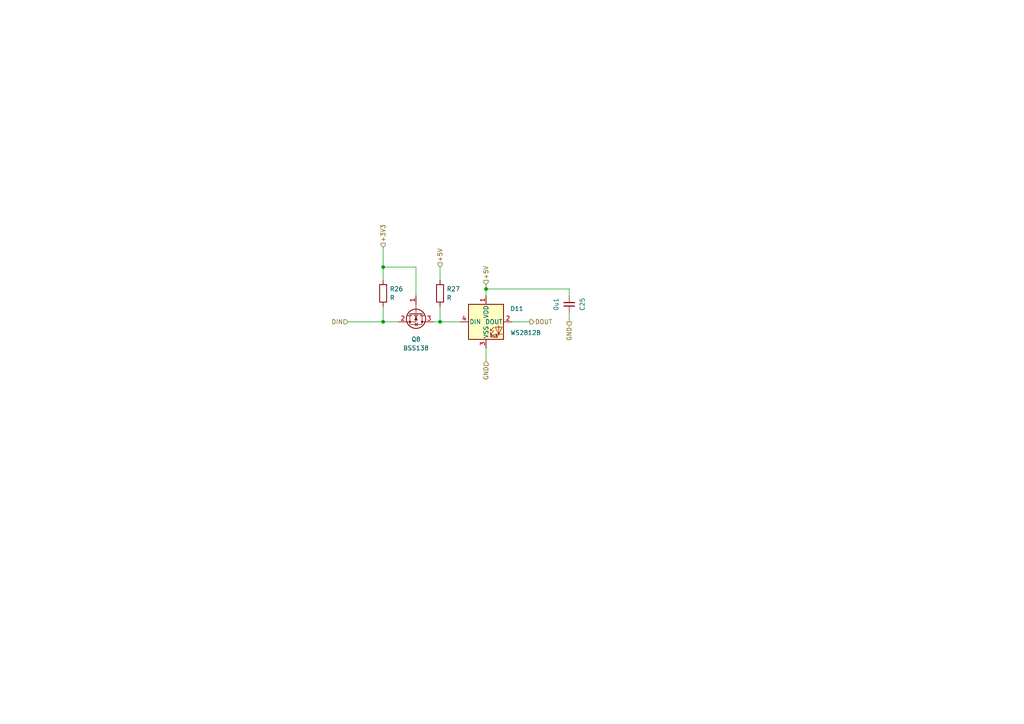
<source format=kicad_sch>
(kicad_sch (version 20211123) (generator eeschema)

  (uuid b6a23e91-69f5-44fe-a673-f9196ceb2100)

  (paper "A4")

  (title_block
    (title "CDH_ECU")
    (date "2022-03-06")
    (rev "1.2.3")
    (company "Daniel Edwards")
    (comment 1 "Chinese Diesel Heater - modern ECU replacement")
  )

  (lib_symbols
    (symbol "Device:C_Small" (pin_numbers hide) (pin_names (offset 0.254) hide) (in_bom yes) (on_board yes)
      (property "Reference" "C" (id 0) (at 0.254 1.778 0)
        (effects (font (size 1.27 1.27)) (justify left))
      )
      (property "Value" "C_Small" (id 1) (at 0.254 -2.032 0)
        (effects (font (size 1.27 1.27)) (justify left))
      )
      (property "Footprint" "" (id 2) (at 0 0 0)
        (effects (font (size 1.27 1.27)) hide)
      )
      (property "Datasheet" "~" (id 3) (at 0 0 0)
        (effects (font (size 1.27 1.27)) hide)
      )
      (property "ki_keywords" "capacitor cap" (id 4) (at 0 0 0)
        (effects (font (size 1.27 1.27)) hide)
      )
      (property "ki_description" "Unpolarized capacitor, small symbol" (id 5) (at 0 0 0)
        (effects (font (size 1.27 1.27)) hide)
      )
      (property "ki_fp_filters" "C_*" (id 6) (at 0 0 0)
        (effects (font (size 1.27 1.27)) hide)
      )
      (symbol "C_Small_0_1"
        (polyline
          (pts
            (xy -1.524 -0.508)
            (xy 1.524 -0.508)
          )
          (stroke (width 0.3302) (type default) (color 0 0 0 0))
          (fill (type none))
        )
        (polyline
          (pts
            (xy -1.524 0.508)
            (xy 1.524 0.508)
          )
          (stroke (width 0.3048) (type default) (color 0 0 0 0))
          (fill (type none))
        )
      )
      (symbol "C_Small_1_1"
        (pin passive line (at 0 2.54 270) (length 2.032)
          (name "~" (effects (font (size 1.27 1.27))))
          (number "1" (effects (font (size 1.27 1.27))))
        )
        (pin passive line (at 0 -2.54 90) (length 2.032)
          (name "~" (effects (font (size 1.27 1.27))))
          (number "2" (effects (font (size 1.27 1.27))))
        )
      )
    )
    (symbol "Device:R" (pin_numbers hide) (pin_names (offset 0)) (in_bom yes) (on_board yes)
      (property "Reference" "R" (id 0) (at 2.032 0 90)
        (effects (font (size 1.27 1.27)))
      )
      (property "Value" "R" (id 1) (at 0 0 90)
        (effects (font (size 1.27 1.27)))
      )
      (property "Footprint" "" (id 2) (at -1.778 0 90)
        (effects (font (size 1.27 1.27)) hide)
      )
      (property "Datasheet" "~" (id 3) (at 0 0 0)
        (effects (font (size 1.27 1.27)) hide)
      )
      (property "ki_keywords" "R res resistor" (id 4) (at 0 0 0)
        (effects (font (size 1.27 1.27)) hide)
      )
      (property "ki_description" "Resistor" (id 5) (at 0 0 0)
        (effects (font (size 1.27 1.27)) hide)
      )
      (property "ki_fp_filters" "R_*" (id 6) (at 0 0 0)
        (effects (font (size 1.27 1.27)) hide)
      )
      (symbol "R_0_1"
        (rectangle (start -1.016 -2.54) (end 1.016 2.54)
          (stroke (width 0.254) (type default) (color 0 0 0 0))
          (fill (type none))
        )
      )
      (symbol "R_1_1"
        (pin passive line (at 0 3.81 270) (length 1.27)
          (name "~" (effects (font (size 1.27 1.27))))
          (number "1" (effects (font (size 1.27 1.27))))
        )
        (pin passive line (at 0 -3.81 90) (length 1.27)
          (name "~" (effects (font (size 1.27 1.27))))
          (number "2" (effects (font (size 1.27 1.27))))
        )
      )
    )
    (symbol "LED:WS2812B" (pin_names (offset 0.254)) (in_bom yes) (on_board yes)
      (property "Reference" "D" (id 0) (at 5.08 5.715 0)
        (effects (font (size 1.27 1.27)) (justify right bottom))
      )
      (property "Value" "WS2812B" (id 1) (at 1.27 -5.715 0)
        (effects (font (size 1.27 1.27)) (justify left top))
      )
      (property "Footprint" "LED_SMD:LED_WS2812B_PLCC4_5.0x5.0mm_P3.2mm" (id 2) (at 1.27 -7.62 0)
        (effects (font (size 1.27 1.27)) (justify left top) hide)
      )
      (property "Datasheet" "https://cdn-shop.adafruit.com/datasheets/WS2812B.pdf" (id 3) (at 2.54 -9.525 0)
        (effects (font (size 1.27 1.27)) (justify left top) hide)
      )
      (property "ki_keywords" "RGB LED NeoPixel addressable" (id 4) (at 0 0 0)
        (effects (font (size 1.27 1.27)) hide)
      )
      (property "ki_description" "RGB LED with integrated controller" (id 5) (at 0 0 0)
        (effects (font (size 1.27 1.27)) hide)
      )
      (property "ki_fp_filters" "LED*WS2812*PLCC*5.0x5.0mm*P3.2mm*" (id 6) (at 0 0 0)
        (effects (font (size 1.27 1.27)) hide)
      )
      (symbol "WS2812B_0_0"
        (text "RGB" (at 2.286 -4.191 0)
          (effects (font (size 0.762 0.762)))
        )
      )
      (symbol "WS2812B_0_1"
        (polyline
          (pts
            (xy 1.27 -3.556)
            (xy 1.778 -3.556)
          )
          (stroke (width 0) (type default) (color 0 0 0 0))
          (fill (type none))
        )
        (polyline
          (pts
            (xy 1.27 -2.54)
            (xy 1.778 -2.54)
          )
          (stroke (width 0) (type default) (color 0 0 0 0))
          (fill (type none))
        )
        (polyline
          (pts
            (xy 4.699 -3.556)
            (xy 2.667 -3.556)
          )
          (stroke (width 0) (type default) (color 0 0 0 0))
          (fill (type none))
        )
        (polyline
          (pts
            (xy 2.286 -2.54)
            (xy 1.27 -3.556)
            (xy 1.27 -3.048)
          )
          (stroke (width 0) (type default) (color 0 0 0 0))
          (fill (type none))
        )
        (polyline
          (pts
            (xy 2.286 -1.524)
            (xy 1.27 -2.54)
            (xy 1.27 -2.032)
          )
          (stroke (width 0) (type default) (color 0 0 0 0))
          (fill (type none))
        )
        (polyline
          (pts
            (xy 3.683 -1.016)
            (xy 3.683 -3.556)
            (xy 3.683 -4.064)
          )
          (stroke (width 0) (type default) (color 0 0 0 0))
          (fill (type none))
        )
        (polyline
          (pts
            (xy 4.699 -1.524)
            (xy 2.667 -1.524)
            (xy 3.683 -3.556)
            (xy 4.699 -1.524)
          )
          (stroke (width 0) (type default) (color 0 0 0 0))
          (fill (type none))
        )
        (rectangle (start 5.08 5.08) (end -5.08 -5.08)
          (stroke (width 0.254) (type default) (color 0 0 0 0))
          (fill (type background))
        )
      )
      (symbol "WS2812B_1_1"
        (pin power_in line (at 0 7.62 270) (length 2.54)
          (name "VDD" (effects (font (size 1.27 1.27))))
          (number "1" (effects (font (size 1.27 1.27))))
        )
        (pin output line (at 7.62 0 180) (length 2.54)
          (name "DOUT" (effects (font (size 1.27 1.27))))
          (number "2" (effects (font (size 1.27 1.27))))
        )
        (pin power_in line (at 0 -7.62 90) (length 2.54)
          (name "VSS" (effects (font (size 1.27 1.27))))
          (number "3" (effects (font (size 1.27 1.27))))
        )
        (pin input line (at -7.62 0 0) (length 2.54)
          (name "DIN" (effects (font (size 1.27 1.27))))
          (number "4" (effects (font (size 1.27 1.27))))
        )
      )
    )
    (symbol "Transistor_FET:BSS138" (pin_names hide) (in_bom yes) (on_board yes)
      (property "Reference" "Q" (id 0) (at 5.08 1.905 0)
        (effects (font (size 1.27 1.27)) (justify left))
      )
      (property "Value" "BSS138" (id 1) (at 5.08 0 0)
        (effects (font (size 1.27 1.27)) (justify left))
      )
      (property "Footprint" "Package_TO_SOT_SMD:SOT-23" (id 2) (at 5.08 -1.905 0)
        (effects (font (size 1.27 1.27) italic) (justify left) hide)
      )
      (property "Datasheet" "https://www.onsemi.com/pub/Collateral/BSS138-D.PDF" (id 3) (at 0 0 0)
        (effects (font (size 1.27 1.27)) (justify left) hide)
      )
      (property "ki_keywords" "N-Channel MOSFET" (id 4) (at 0 0 0)
        (effects (font (size 1.27 1.27)) hide)
      )
      (property "ki_description" "50V Vds, 0.22A Id, N-Channel MOSFET, SOT-23" (id 5) (at 0 0 0)
        (effects (font (size 1.27 1.27)) hide)
      )
      (property "ki_fp_filters" "SOT?23*" (id 6) (at 0 0 0)
        (effects (font (size 1.27 1.27)) hide)
      )
      (symbol "BSS138_0_1"
        (polyline
          (pts
            (xy 0.254 0)
            (xy -2.54 0)
          )
          (stroke (width 0) (type default) (color 0 0 0 0))
          (fill (type none))
        )
        (polyline
          (pts
            (xy 0.254 1.905)
            (xy 0.254 -1.905)
          )
          (stroke (width 0.254) (type default) (color 0 0 0 0))
          (fill (type none))
        )
        (polyline
          (pts
            (xy 0.762 -1.27)
            (xy 0.762 -2.286)
          )
          (stroke (width 0.254) (type default) (color 0 0 0 0))
          (fill (type none))
        )
        (polyline
          (pts
            (xy 0.762 0.508)
            (xy 0.762 -0.508)
          )
          (stroke (width 0.254) (type default) (color 0 0 0 0))
          (fill (type none))
        )
        (polyline
          (pts
            (xy 0.762 2.286)
            (xy 0.762 1.27)
          )
          (stroke (width 0.254) (type default) (color 0 0 0 0))
          (fill (type none))
        )
        (polyline
          (pts
            (xy 2.54 2.54)
            (xy 2.54 1.778)
          )
          (stroke (width 0) (type default) (color 0 0 0 0))
          (fill (type none))
        )
        (polyline
          (pts
            (xy 2.54 -2.54)
            (xy 2.54 0)
            (xy 0.762 0)
          )
          (stroke (width 0) (type default) (color 0 0 0 0))
          (fill (type none))
        )
        (polyline
          (pts
            (xy 0.762 -1.778)
            (xy 3.302 -1.778)
            (xy 3.302 1.778)
            (xy 0.762 1.778)
          )
          (stroke (width 0) (type default) (color 0 0 0 0))
          (fill (type none))
        )
        (polyline
          (pts
            (xy 1.016 0)
            (xy 2.032 0.381)
            (xy 2.032 -0.381)
            (xy 1.016 0)
          )
          (stroke (width 0) (type default) (color 0 0 0 0))
          (fill (type outline))
        )
        (polyline
          (pts
            (xy 2.794 0.508)
            (xy 2.921 0.381)
            (xy 3.683 0.381)
            (xy 3.81 0.254)
          )
          (stroke (width 0) (type default) (color 0 0 0 0))
          (fill (type none))
        )
        (polyline
          (pts
            (xy 3.302 0.381)
            (xy 2.921 -0.254)
            (xy 3.683 -0.254)
            (xy 3.302 0.381)
          )
          (stroke (width 0) (type default) (color 0 0 0 0))
          (fill (type none))
        )
        (circle (center 1.651 0) (radius 2.794)
          (stroke (width 0.254) (type default) (color 0 0 0 0))
          (fill (type none))
        )
        (circle (center 2.54 -1.778) (radius 0.254)
          (stroke (width 0) (type default) (color 0 0 0 0))
          (fill (type outline))
        )
        (circle (center 2.54 1.778) (radius 0.254)
          (stroke (width 0) (type default) (color 0 0 0 0))
          (fill (type outline))
        )
      )
      (symbol "BSS138_1_1"
        (pin input line (at -5.08 0 0) (length 2.54)
          (name "G" (effects (font (size 1.27 1.27))))
          (number "1" (effects (font (size 1.27 1.27))))
        )
        (pin passive line (at 2.54 -5.08 90) (length 2.54)
          (name "S" (effects (font (size 1.27 1.27))))
          (number "2" (effects (font (size 1.27 1.27))))
        )
        (pin passive line (at 2.54 5.08 270) (length 2.54)
          (name "D" (effects (font (size 1.27 1.27))))
          (number "3" (effects (font (size 1.27 1.27))))
        )
      )
    )
  )

  (junction (at 111.125 77.47) (diameter 0) (color 0 0 0 0)
    (uuid 426510dc-99f4-483d-8d31-7006be81c4da)
  )
  (junction (at 140.97 83.82) (diameter 0) (color 0 0 0 0)
    (uuid c7b200ff-6f55-423b-82fc-a2037b905632)
  )
  (junction (at 127.635 93.345) (diameter 0) (color 0 0 0 0)
    (uuid d65f9edb-cf2b-487a-8827-26af39991477)
  )
  (junction (at 111.125 93.345) (diameter 0) (color 0 0 0 0)
    (uuid f4a262f3-75c1-42f4-8f3d-d3cf6ea12996)
  )

  (wire (pts (xy 127.635 77.47) (xy 127.635 81.28))
    (stroke (width 0) (type default) (color 0 0 0 0))
    (uuid 07108abb-a324-4856-90bc-204d768a35f0)
  )
  (wire (pts (xy 165.1 90.805) (xy 165.1 93.345))
    (stroke (width 0) (type default) (color 0 0 0 0))
    (uuid 0946818f-ae23-436e-a15f-487480754a94)
  )
  (wire (pts (xy 153.67 93.345) (xy 148.59 93.345))
    (stroke (width 0) (type default) (color 0 0 0 0))
    (uuid 0b258f7e-c8cb-4336-b291-df612b16e081)
  )
  (wire (pts (xy 125.73 93.345) (xy 127.635 93.345))
    (stroke (width 0) (type default) (color 0 0 0 0))
    (uuid 20538f32-7740-403c-b7de-4f4c08c451a0)
  )
  (wire (pts (xy 140.97 100.965) (xy 140.97 104.775))
    (stroke (width 0) (type default) (color 0 0 0 0))
    (uuid 43a45a91-f5d1-41cd-8778-b4dddea28529)
  )
  (wire (pts (xy 120.65 77.47) (xy 111.125 77.47))
    (stroke (width 0) (type default) (color 0 0 0 0))
    (uuid 6eeb1f24-f4d8-4b82-84a1-8793a26df4cd)
  )
  (wire (pts (xy 140.97 83.82) (xy 165.1 83.82))
    (stroke (width 0) (type default) (color 0 0 0 0))
    (uuid 6fcc2281-0808-4166-b83f-0c3f4d93b494)
  )
  (wire (pts (xy 100.965 93.345) (xy 111.125 93.345))
    (stroke (width 0) (type default) (color 0 0 0 0))
    (uuid 79aa7d06-abcf-43ce-94b0-c40ac5780b98)
  )
  (wire (pts (xy 140.97 83.82) (xy 140.97 82.55))
    (stroke (width 0) (type default) (color 0 0 0 0))
    (uuid 80311726-b15f-4878-bdf5-8e8801d4ba60)
  )
  (wire (pts (xy 127.635 88.9) (xy 127.635 93.345))
    (stroke (width 0) (type default) (color 0 0 0 0))
    (uuid 9637c19f-be06-4ecb-8ab4-f4b897c50fef)
  )
  (wire (pts (xy 120.65 85.725) (xy 120.65 77.47))
    (stroke (width 0) (type default) (color 0 0 0 0))
    (uuid a39178f3-fd8b-4ee1-961b-6a555e3ff4c6)
  )
  (wire (pts (xy 111.125 88.9) (xy 111.125 93.345))
    (stroke (width 0) (type default) (color 0 0 0 0))
    (uuid b058f9ec-70ed-4afa-bfda-f41d774123d4)
  )
  (wire (pts (xy 165.1 83.82) (xy 165.1 85.725))
    (stroke (width 0) (type default) (color 0 0 0 0))
    (uuid b9197dca-a54a-4fcf-9d66-7c6cba17e2ad)
  )
  (wire (pts (xy 111.125 71.755) (xy 111.125 77.47))
    (stroke (width 0) (type default) (color 0 0 0 0))
    (uuid b9627c2e-828a-41c5-9d9e-2c8c7702611f)
  )
  (wire (pts (xy 140.97 85.725) (xy 140.97 83.82))
    (stroke (width 0) (type default) (color 0 0 0 0))
    (uuid bcebba9e-32fe-42e6-a7fc-c23ea9cf571b)
  )
  (wire (pts (xy 111.125 93.345) (xy 115.57 93.345))
    (stroke (width 0) (type default) (color 0 0 0 0))
    (uuid c194eeb7-bafc-466a-84a0-e40f560a4c5c)
  )
  (wire (pts (xy 127.635 93.345) (xy 133.35 93.345))
    (stroke (width 0) (type default) (color 0 0 0 0))
    (uuid c89625ea-1af6-4322-97cb-bc7d83cd938b)
  )
  (wire (pts (xy 111.125 77.47) (xy 111.125 81.28))
    (stroke (width 0) (type default) (color 0 0 0 0))
    (uuid ee5c8482-cd60-42ae-ad70-7a453fb2e00c)
  )

  (hierarchical_label "+3V3" (shape input) (at 111.125 71.755 90)
    (effects (font (size 1.27 1.27)) (justify left))
    (uuid 05bb2faa-3f26-4d22-a0fc-401c90192e7b)
  )
  (hierarchical_label "GND" (shape input) (at 140.97 104.775 270)
    (effects (font (size 1.27 1.27)) (justify right))
    (uuid 293fca05-a9a9-4cf9-a2ca-365771ac76eb)
  )
  (hierarchical_label "GND" (shape output) (at 165.1 93.345 270)
    (effects (font (size 1.27 1.27)) (justify right))
    (uuid 45f16f4e-0be6-4730-a0ff-76769f804a66)
  )
  (hierarchical_label "DOUT" (shape output) (at 153.67 93.345 0)
    (effects (font (size 1.27 1.27)) (justify left))
    (uuid 5400e2ed-afb4-4820-ba92-3070a2d2911e)
  )
  (hierarchical_label "+5V" (shape input) (at 140.97 82.55 90)
    (effects (font (size 1.27 1.27)) (justify left))
    (uuid 62727a19-a57a-4fce-896a-040da45e88ff)
  )
  (hierarchical_label "+5V" (shape input) (at 127.635 77.47 90)
    (effects (font (size 1.27 1.27)) (justify left))
    (uuid 695f0464-c8f1-49aa-acf6-1df36ad2aec7)
  )
  (hierarchical_label "DIN" (shape input) (at 100.965 93.345 180)
    (effects (font (size 1.27 1.27)) (justify right))
    (uuid b722044a-5f8f-4769-ab31-a055f90bd21e)
  )

  (symbol (lib_id "Device:R") (at 127.635 85.09 0) (unit 1)
    (in_bom yes) (on_board yes) (fields_autoplaced)
    (uuid 015c5db3-0ce5-4cb1-be04-d2d571103ee9)
    (property "Reference" "R27" (id 0) (at 129.54 83.8199 0)
      (effects (font (size 1.27 1.27)) (justify left))
    )
    (property "Value" "R" (id 1) (at 129.54 86.3599 0)
      (effects (font (size 1.27 1.27)) (justify left))
    )
    (property "Footprint" "Resistor_SMD:R_0805_2012Metric" (id 2) (at 125.857 85.09 90)
      (effects (font (size 1.27 1.27)) hide)
    )
    (property "Datasheet" "~" (id 3) (at 127.635 85.09 0)
      (effects (font (size 1.27 1.27)) hide)
    )
    (pin "1" (uuid e090cb89-283a-4500-b5c0-d6fb10922b39))
    (pin "2" (uuid c06e938a-f846-47ec-b431-780fa1204603))
  )

  (symbol (lib_id "LED:WS2812B") (at 140.97 93.345 0) (unit 1)
    (in_bom yes) (on_board yes)
    (uuid 1c599313-a00e-420b-ae58-bc06d40240b2)
    (property "Reference" "D11" (id 0) (at 147.955 89.535 0)
      (effects (font (size 1.27 1.27)) (justify left))
    )
    (property "Value" "WS2812B" (id 1) (at 147.955 96.52 0)
      (effects (font (size 1.27 1.27)) (justify left))
    )
    (property "Footprint" "LED_SMD:LED_WS2812B_PLCC4_5.0x5.0mm_P3.2mm" (id 2) (at 142.24 100.965 0)
      (effects (font (size 1.27 1.27)) (justify left top) hide)
    )
    (property "Datasheet" "https://cdn-shop.adafruit.com/datasheets/WS2812B.pdf" (id 3) (at 143.51 102.87 0)
      (effects (font (size 1.27 1.27)) (justify left top) hide)
    )
    (pin "1" (uuid df8f7514-7d98-44fe-b140-843e1311f5e2))
    (pin "2" (uuid 792488df-d457-4237-a3d6-cfcbb64ed5b4))
    (pin "3" (uuid 3b3dd79b-79ee-4d3a-a00a-be4b9dda7f72))
    (pin "4" (uuid 2ea411c4-b7cd-4ccb-8f3b-10dcc4291f3a))
  )

  (symbol (lib_id "Device:C_Small") (at 165.1 88.265 180) (unit 1)
    (in_bom yes) (on_board yes)
    (uuid 8066c612-47ee-4990-aa80-909c648d2454)
    (property "Reference" "C25" (id 0) (at 168.91 88.265 90))
    (property "Value" "0u1" (id 1) (at 161.29 88.265 90))
    (property "Footprint" "Capacitor_SMD:C_0805_2012Metric" (id 2) (at 165.1 88.265 0)
      (effects (font (size 1.27 1.27)) hide)
    )
    (property "Datasheet" "~" (id 3) (at 165.1 88.265 0)
      (effects (font (size 1.27 1.27)) hide)
    )
    (pin "1" (uuid 38584dee-98f1-4437-942f-1efa2f57813e))
    (pin "2" (uuid 12905ca8-7a18-4401-8e3e-bca59ce4fa66))
  )

  (symbol (lib_id "Device:R") (at 111.125 85.09 0) (unit 1)
    (in_bom yes) (on_board yes) (fields_autoplaced)
    (uuid 846e4489-2339-4d24-a6be-4a7c36c71979)
    (property "Reference" "R26" (id 0) (at 113.03 83.8199 0)
      (effects (font (size 1.27 1.27)) (justify left))
    )
    (property "Value" "R" (id 1) (at 113.03 86.3599 0)
      (effects (font (size 1.27 1.27)) (justify left))
    )
    (property "Footprint" "Resistor_SMD:R_0805_2012Metric" (id 2) (at 109.347 85.09 90)
      (effects (font (size 1.27 1.27)) hide)
    )
    (property "Datasheet" "~" (id 3) (at 111.125 85.09 0)
      (effects (font (size 1.27 1.27)) hide)
    )
    (pin "1" (uuid 3523f7b7-e937-40e5-a778-91c527b2f690))
    (pin "2" (uuid 06feb519-0b3d-40de-a3ba-8197cdf6879a))
  )

  (symbol (lib_id "Transistor_FET:BSS138") (at 120.65 90.805 270) (unit 1)
    (in_bom yes) (on_board yes) (fields_autoplaced)
    (uuid d34c33dc-1079-4af3-92a3-835e78b6593a)
    (property "Reference" "Q8" (id 0) (at 120.65 98.425 90))
    (property "Value" "BSS138" (id 1) (at 120.65 100.965 90))
    (property "Footprint" "Package_TO_SOT_SMD:SOT-23" (id 2) (at 118.745 95.885 0)
      (effects (font (size 1.27 1.27) italic) (justify left) hide)
    )
    (property "Datasheet" "https://www.onsemi.com/pub/Collateral/BSS138-D.PDF" (id 3) (at 120.65 90.805 0)
      (effects (font (size 1.27 1.27)) (justify left) hide)
    )
    (pin "1" (uuid 14ae1c6b-3bf8-4ef1-8861-591ec1cdd087))
    (pin "2" (uuid 5a7626b8-73d4-4e3c-929f-da42f17d1668))
    (pin "3" (uuid 499b6269-34a2-441d-b99e-748d6cb5b415))
  )
)

</source>
